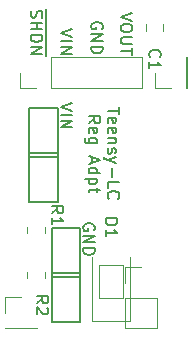
<source format=gbr>
%TF.GenerationSoftware,KiCad,Pcbnew,(6.0.5-0)*%
%TF.CreationDate,2022-11-19T14:20:50-08:00*%
%TF.ProjectId,teensy-lc-reg-adpt,7465656e-7379-42d6-9c63-2d7265672d61,rev?*%
%TF.SameCoordinates,PX8a12ae0PY695f190*%
%TF.FileFunction,Legend,Top*%
%TF.FilePolarity,Positive*%
%FSLAX46Y46*%
G04 Gerber Fmt 4.6, Leading zero omitted, Abs format (unit mm)*
G04 Created by KiCad (PCBNEW (6.0.5-0)) date 2022-11-19 14:20:50*
%MOMM*%
%LPD*%
G01*
G04 APERTURE LIST*
%ADD10C,0.150000*%
%ADD11C,0.120000*%
G04 APERTURE END LIST*
D10*
X10690000Y25303215D02*
X10737619Y25398453D01*
X10737619Y25541310D01*
X10690000Y25684167D01*
X10594761Y25779405D01*
X10499523Y25827024D01*
X10309047Y25874643D01*
X10166190Y25874643D01*
X9975714Y25827024D01*
X9880476Y25779405D01*
X9785238Y25684167D01*
X9737619Y25541310D01*
X9737619Y25446072D01*
X9785238Y25303215D01*
X9832857Y25255596D01*
X10166190Y25255596D01*
X10166190Y25446072D01*
X9737619Y24827024D02*
X10737619Y24827024D01*
X9737619Y24255596D01*
X10737619Y24255596D01*
X9737619Y23779405D02*
X10737619Y23779405D01*
X10737619Y23541310D01*
X10690000Y23398453D01*
X10594761Y23303215D01*
X10499523Y23255596D01*
X10309047Y23207977D01*
X10166190Y23207977D01*
X9975714Y23255596D01*
X9880476Y23303215D01*
X9785238Y23398453D01*
X9737619Y23541310D01*
X9737619Y23779405D01*
X10025000Y8254905D02*
X10072619Y8350143D01*
X10072619Y8493000D01*
X10025000Y8635858D01*
X9929761Y8731096D01*
X9834523Y8778715D01*
X9644047Y8826334D01*
X9501190Y8826334D01*
X9310714Y8778715D01*
X9215476Y8731096D01*
X9120238Y8635858D01*
X9072619Y8493000D01*
X9072619Y8397762D01*
X9120238Y8254905D01*
X9167857Y8207286D01*
X9501190Y8207286D01*
X9501190Y8397762D01*
X9072619Y7778715D02*
X10072619Y7778715D01*
X9072619Y7207286D01*
X10072619Y7207286D01*
X9072619Y6731096D02*
X10072619Y6731096D01*
X10072619Y6493000D01*
X10025000Y6350143D01*
X9929761Y6254905D01*
X9834523Y6207286D01*
X9644047Y6159667D01*
X9501190Y6159667D01*
X9310714Y6207286D01*
X9215476Y6254905D01*
X9120238Y6350143D01*
X9072619Y6493000D01*
X9072619Y6731096D01*
X12147619Y18636762D02*
X12147619Y18065334D01*
X11147619Y18351048D02*
X12147619Y18351048D01*
X11195238Y17351048D02*
X11147619Y17446286D01*
X11147619Y17636762D01*
X11195238Y17732000D01*
X11290476Y17779620D01*
X11671428Y17779620D01*
X11766666Y17732000D01*
X11814285Y17636762D01*
X11814285Y17446286D01*
X11766666Y17351048D01*
X11671428Y17303429D01*
X11576190Y17303429D01*
X11480952Y17779620D01*
X11195238Y16493905D02*
X11147619Y16589143D01*
X11147619Y16779620D01*
X11195238Y16874858D01*
X11290476Y16922477D01*
X11671428Y16922477D01*
X11766666Y16874858D01*
X11814285Y16779620D01*
X11814285Y16589143D01*
X11766666Y16493905D01*
X11671428Y16446286D01*
X11576190Y16446286D01*
X11480952Y16922477D01*
X11814285Y16017715D02*
X11147619Y16017715D01*
X11719047Y16017715D02*
X11766666Y15970096D01*
X11814285Y15874858D01*
X11814285Y15732000D01*
X11766666Y15636762D01*
X11671428Y15589143D01*
X11147619Y15589143D01*
X11195238Y15160572D02*
X11147619Y15065334D01*
X11147619Y14874858D01*
X11195238Y14779620D01*
X11290476Y14732000D01*
X11338095Y14732000D01*
X11433333Y14779620D01*
X11480952Y14874858D01*
X11480952Y15017715D01*
X11528571Y15112953D01*
X11623809Y15160572D01*
X11671428Y15160572D01*
X11766666Y15112953D01*
X11814285Y15017715D01*
X11814285Y14874858D01*
X11766666Y14779620D01*
X11814285Y14398667D02*
X11147619Y14160572D01*
X11814285Y13922477D02*
X11147619Y14160572D01*
X10909523Y14255810D01*
X10861904Y14303429D01*
X10814285Y14398667D01*
X11528571Y13541524D02*
X11528571Y12779620D01*
X11147619Y11827239D02*
X11147619Y12303429D01*
X12147619Y12303429D01*
X11242857Y10922477D02*
X11195238Y10970096D01*
X11147619Y11112953D01*
X11147619Y11208191D01*
X11195238Y11351048D01*
X11290476Y11446286D01*
X11385714Y11493905D01*
X11576190Y11541524D01*
X11719047Y11541524D01*
X11909523Y11493905D01*
X12004761Y11446286D01*
X12100000Y11351048D01*
X12147619Y11208191D01*
X12147619Y11112953D01*
X12100000Y10970096D01*
X12052380Y10922477D01*
X9537619Y17303429D02*
X10013809Y17636762D01*
X9537619Y17874858D02*
X10537619Y17874858D01*
X10537619Y17493905D01*
X10490000Y17398667D01*
X10442380Y17351048D01*
X10347142Y17303429D01*
X10204285Y17303429D01*
X10109047Y17351048D01*
X10061428Y17398667D01*
X10013809Y17493905D01*
X10013809Y17874858D01*
X9585238Y16493905D02*
X9537619Y16589143D01*
X9537619Y16779620D01*
X9585238Y16874858D01*
X9680476Y16922477D01*
X10061428Y16922477D01*
X10156666Y16874858D01*
X10204285Y16779620D01*
X10204285Y16589143D01*
X10156666Y16493905D01*
X10061428Y16446286D01*
X9966190Y16446286D01*
X9870952Y16922477D01*
X10204285Y15589143D02*
X9394761Y15589143D01*
X9299523Y15636762D01*
X9251904Y15684381D01*
X9204285Y15779620D01*
X9204285Y15922477D01*
X9251904Y16017715D01*
X9585238Y15589143D02*
X9537619Y15684381D01*
X9537619Y15874858D01*
X9585238Y15970096D01*
X9632857Y16017715D01*
X9728095Y16065334D01*
X10013809Y16065334D01*
X10109047Y16017715D01*
X10156666Y15970096D01*
X10204285Y15874858D01*
X10204285Y15684381D01*
X10156666Y15589143D01*
X9823333Y14398667D02*
X9823333Y13922477D01*
X9537619Y14493905D02*
X10537619Y14160572D01*
X9537619Y13827239D01*
X9537619Y13065334D02*
X10537619Y13065334D01*
X9585238Y13065334D02*
X9537619Y13160572D01*
X9537619Y13351048D01*
X9585238Y13446286D01*
X9632857Y13493905D01*
X9728095Y13541524D01*
X10013809Y13541524D01*
X10109047Y13493905D01*
X10156666Y13446286D01*
X10204285Y13351048D01*
X10204285Y13160572D01*
X10156666Y13065334D01*
X10204285Y12589143D02*
X9204285Y12589143D01*
X10156666Y12589143D02*
X10204285Y12493905D01*
X10204285Y12303429D01*
X10156666Y12208191D01*
X10109047Y12160572D01*
X10013809Y12112953D01*
X9728095Y12112953D01*
X9632857Y12160572D01*
X9585238Y12208191D01*
X9537619Y12303429D01*
X9537619Y12493905D01*
X9585238Y12589143D01*
X10204285Y11827239D02*
X10204285Y11446286D01*
X10537619Y11684381D02*
X9680476Y11684381D01*
X9585238Y11636762D01*
X9537619Y11541524D01*
X9537619Y11446286D01*
X8167619Y19002239D02*
X7167619Y18668905D01*
X8167619Y18335572D01*
X7167619Y18002239D02*
X8167619Y18002239D01*
X7167619Y17526048D02*
X8167619Y17526048D01*
X7167619Y16954620D01*
X8167619Y16954620D01*
X8167619Y25243215D02*
X7167619Y24909881D01*
X8167619Y24576548D01*
X7167619Y24243215D02*
X8167619Y24243215D01*
X7167619Y23767024D02*
X8167619Y23767024D01*
X7167619Y23195596D01*
X8167619Y23195596D01*
X13247619Y26636548D02*
X12247619Y26303215D01*
X13247619Y25969881D01*
X13247619Y25446072D02*
X13247619Y25255596D01*
X13200000Y25160358D01*
X13104761Y25065120D01*
X12914285Y25017500D01*
X12580952Y25017500D01*
X12390476Y25065120D01*
X12295238Y25160358D01*
X12247619Y25255596D01*
X12247619Y25446072D01*
X12295238Y25541310D01*
X12390476Y25636548D01*
X12580952Y25684167D01*
X12914285Y25684167D01*
X13104761Y25636548D01*
X13200000Y25541310D01*
X13247619Y25446072D01*
X13247619Y24588929D02*
X12438095Y24588929D01*
X12342857Y24541310D01*
X12295238Y24493691D01*
X12247619Y24398453D01*
X12247619Y24207977D01*
X12295238Y24112739D01*
X12342857Y24065120D01*
X12438095Y24017500D01*
X13247619Y24017500D01*
X13247619Y23684167D02*
X13247619Y23112739D01*
X12247619Y23398453D02*
X13247619Y23398453D01*
X5910000Y27005120D02*
X5910000Y26052739D01*
X4675238Y26814643D02*
X4627619Y26671786D01*
X4627619Y26433691D01*
X4675238Y26338453D01*
X4722857Y26290834D01*
X4818095Y26243215D01*
X4913333Y26243215D01*
X5008571Y26290834D01*
X5056190Y26338453D01*
X5103809Y26433691D01*
X5151428Y26624167D01*
X5199047Y26719405D01*
X5246666Y26767024D01*
X5341904Y26814643D01*
X5437142Y26814643D01*
X5532380Y26767024D01*
X5580000Y26719405D01*
X5627619Y26624167D01*
X5627619Y26386072D01*
X5580000Y26243215D01*
X5910000Y26052739D02*
X5910000Y25005120D01*
X4627619Y25814643D02*
X5627619Y25814643D01*
X5151428Y25814643D02*
X5151428Y25243215D01*
X4627619Y25243215D02*
X5627619Y25243215D01*
X5910000Y25005120D02*
X5910000Y24005120D01*
X4627619Y24767024D02*
X5627619Y24767024D01*
X5627619Y24528929D01*
X5580000Y24386072D01*
X5484761Y24290834D01*
X5389523Y24243215D01*
X5199047Y24195596D01*
X5056190Y24195596D01*
X4865714Y24243215D01*
X4770476Y24290834D01*
X4675238Y24386072D01*
X4627619Y24528929D01*
X4627619Y24767024D01*
X5910000Y24005120D02*
X5910000Y22957500D01*
X4627619Y23767024D02*
X5627619Y23767024D01*
X4627619Y23195596D01*
X5627619Y23195596D01*
%TO.C,D1*%
X10977619Y9247096D02*
X11977619Y9247096D01*
X11977619Y9009000D01*
X11930000Y8866143D01*
X11834761Y8770905D01*
X11739523Y8723286D01*
X11549047Y8675667D01*
X11406190Y8675667D01*
X11215714Y8723286D01*
X11120476Y8770905D01*
X11025238Y8866143D01*
X10977619Y9009000D01*
X10977619Y9247096D01*
X10977619Y7723286D02*
X10977619Y8294715D01*
X10977619Y8009000D02*
X11977619Y8009000D01*
X11834761Y8104239D01*
X11739523Y8199477D01*
X11691904Y8294715D01*
%TO.C,R2*%
X5135619Y2071667D02*
X5611809Y2405000D01*
X5135619Y2643096D02*
X6135619Y2643096D01*
X6135619Y2262143D01*
X6088000Y2166905D01*
X6040380Y2119286D01*
X5945142Y2071667D01*
X5802285Y2071667D01*
X5707047Y2119286D01*
X5659428Y2166905D01*
X5611809Y2262143D01*
X5611809Y2643096D01*
X6040380Y1690715D02*
X6088000Y1643096D01*
X6135619Y1547858D01*
X6135619Y1309762D01*
X6088000Y1214524D01*
X6040380Y1166905D01*
X5945142Y1119286D01*
X5849904Y1119286D01*
X5707047Y1166905D01*
X5135619Y1738334D01*
X5135619Y1119286D01*
%TO.C,R1*%
X6405619Y9691667D02*
X6881809Y10025000D01*
X6405619Y10263096D02*
X7405619Y10263096D01*
X7405619Y9882143D01*
X7358000Y9786905D01*
X7310380Y9739286D01*
X7215142Y9691667D01*
X7072285Y9691667D01*
X6977047Y9739286D01*
X6929428Y9786905D01*
X6881809Y9882143D01*
X6881809Y10263096D01*
X6405619Y8739286D02*
X6405619Y9310715D01*
X6405619Y9025000D02*
X7405619Y9025000D01*
X7262761Y9120239D01*
X7167523Y9215477D01*
X7119904Y9310715D01*
%TO.C,C1*%
X14755857Y22899667D02*
X14708238Y22947286D01*
X14660619Y23090143D01*
X14660619Y23185381D01*
X14708238Y23328239D01*
X14803476Y23423477D01*
X14898714Y23471096D01*
X15089190Y23518715D01*
X15232047Y23518715D01*
X15422523Y23471096D01*
X15517761Y23423477D01*
X15613000Y23328239D01*
X15660619Y23185381D01*
X15660619Y23090143D01*
X15613000Y22947286D01*
X15565380Y22899667D01*
X14660619Y21947286D02*
X14660619Y22518715D01*
X14660619Y22233000D02*
X15660619Y22233000D01*
X15517761Y22328239D01*
X15422523Y22423477D01*
X15374904Y22518715D01*
D11*
%TO.C,JP1*%
X10430000Y2537000D02*
X10430000Y5337000D01*
X10430000Y5337000D02*
X12430000Y5337000D01*
X12430000Y5337000D02*
X12430000Y2537000D01*
X12430000Y2537000D02*
X10430000Y2537000D01*
%TO.C,D1*%
X9780000Y537000D02*
X13080000Y537000D01*
X13080000Y537000D02*
X13080000Y5937000D01*
X9780000Y537000D02*
X9780000Y5937000D01*
%TO.C,R2*%
X5815000Y4672064D02*
X5815000Y4217936D01*
X4345000Y4672064D02*
X4345000Y4217936D01*
%TO.C,R1*%
X5815000Y8482064D02*
X5815000Y8027936D01*
X4345000Y8482064D02*
X4345000Y8027936D01*
%TO.C,J4*%
X15180000Y20260000D02*
X15180000Y21590000D01*
X17780000Y20260000D02*
X17780000Y22920000D01*
X17840000Y20260000D02*
X17840000Y22920000D01*
X17780000Y22920000D02*
X17840000Y22920000D01*
X17780000Y20260000D02*
X17840000Y20260000D01*
X16510000Y20260000D02*
X15180000Y20260000D01*
%TO.C,C1*%
X14378000Y25138748D02*
X14378000Y25661252D01*
X15848000Y25138748D02*
X15848000Y25661252D01*
D10*
%TO.C,TP3*%
X4515000Y18610000D02*
X6915000Y18610000D01*
X6915000Y14410000D02*
X4515000Y14410000D01*
X6915000Y18610000D02*
X6915000Y14410000D01*
X4515000Y14410000D02*
X4515000Y18610000D01*
%TO.C,TP2*%
X8820000Y440000D02*
X6420000Y440000D01*
X8820000Y4640000D02*
X8820000Y440000D01*
X6420000Y4640000D02*
X8820000Y4640000D01*
X6420000Y440000D02*
X6420000Y4640000D01*
D11*
%TO.C,J2*%
X3750000Y20260000D02*
X3750000Y21590000D01*
X14030000Y20260000D02*
X14030000Y22920000D01*
X6350000Y20260000D02*
X14030000Y20260000D01*
X5080000Y20260000D02*
X3750000Y20260000D01*
X6350000Y22920000D02*
X14030000Y22920000D01*
X6350000Y20260000D02*
X6350000Y22920000D01*
%TO.C,J3*%
X15300000Y2540000D02*
X15300000Y-60000D01*
X12640000Y-60000D02*
X15300000Y-60000D01*
X12640000Y3810000D02*
X12640000Y5140000D01*
X12640000Y5140000D02*
X13970000Y5140000D01*
X12640000Y2540000D02*
X15300000Y2540000D01*
X12640000Y2540000D02*
X12640000Y-60000D01*
D10*
%TO.C,TP1*%
X4515000Y14800000D02*
X6915000Y14800000D01*
X4515000Y10600000D02*
X4515000Y14800000D01*
X6915000Y14800000D02*
X6915000Y10600000D01*
X6915000Y10600000D02*
X4515000Y10600000D01*
D11*
%TO.C,J1*%
X2480000Y-60000D02*
X5140000Y-60000D01*
X2480000Y1270000D02*
X2480000Y2600000D01*
X2480000Y0D02*
X5140000Y0D01*
X2480000Y2600000D02*
X3810000Y2600000D01*
X2480000Y0D02*
X2480000Y-60000D01*
X5140000Y0D02*
X5140000Y-60000D01*
D10*
%TO.C,TP4*%
X6420000Y8450000D02*
X8820000Y8450000D01*
X8820000Y8450000D02*
X8820000Y4250000D01*
X8820000Y4250000D02*
X6420000Y4250000D01*
X6420000Y4250000D02*
X6420000Y8450000D01*
%TD*%
M02*

</source>
